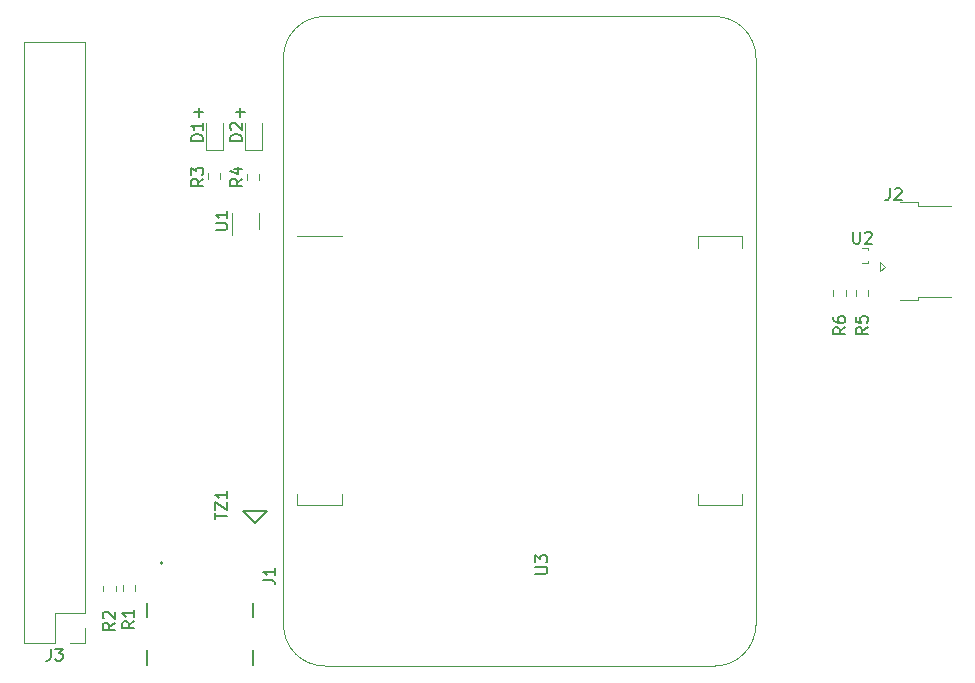
<source format=gbr>
%TF.GenerationSoftware,KiCad,Pcbnew,7.0.7*%
%TF.CreationDate,2024-02-26T19:43:43+01:00*%
%TF.ProjectId,rpi_cm4_bb,7270695f-636d-4345-9f62-622e6b696361,rev?*%
%TF.SameCoordinates,Original*%
%TF.FileFunction,Legend,Top*%
%TF.FilePolarity,Positive*%
%FSLAX46Y46*%
G04 Gerber Fmt 4.6, Leading zero omitted, Abs format (unit mm)*
G04 Created by KiCad (PCBNEW 7.0.7) date 2024-02-26 19:43:43*
%MOMM*%
%LPD*%
G01*
G04 APERTURE LIST*
%ADD10C,0.150000*%
%ADD11C,0.203200*%
%ADD12C,0.120000*%
%ADD13C,0.200000*%
G04 APERTURE END LIST*
D10*
X97311653Y-89463740D02*
X98073558Y-89463740D01*
X97692605Y-89844693D02*
X97692605Y-89082788D01*
X100811653Y-89463740D02*
X101573558Y-89463740D01*
X101192605Y-89844693D02*
X101192605Y-89082788D01*
X99077581Y-123941445D02*
X99077581Y-123368797D01*
X100079715Y-123655121D02*
X99077581Y-123655121D01*
X99077581Y-123130194D02*
X99077581Y-122462104D01*
X99077581Y-122462104D02*
X100079715Y-123130194D01*
X100079715Y-123130194D02*
X100079715Y-122462104D01*
X100079715Y-121555412D02*
X100079715Y-122128060D01*
X100079715Y-121841736D02*
X99077581Y-121841736D01*
X99077581Y-121841736D02*
X99220743Y-121937177D01*
X99220743Y-121937177D02*
X99316185Y-122032619D01*
X99316185Y-122032619D02*
X99363905Y-122128060D01*
X156192540Y-95909693D02*
X156192540Y-96623978D01*
X156192540Y-96623978D02*
X156144921Y-96766835D01*
X156144921Y-96766835D02*
X156049683Y-96862074D01*
X156049683Y-96862074D02*
X155906826Y-96909693D01*
X155906826Y-96909693D02*
X155811588Y-96909693D01*
X156621112Y-96004931D02*
X156668731Y-95957312D01*
X156668731Y-95957312D02*
X156763969Y-95909693D01*
X156763969Y-95909693D02*
X157002064Y-95909693D01*
X157002064Y-95909693D02*
X157097302Y-95957312D01*
X157097302Y-95957312D02*
X157144921Y-96004931D01*
X157144921Y-96004931D02*
X157192540Y-96100169D01*
X157192540Y-96100169D02*
X157192540Y-96195407D01*
X157192540Y-96195407D02*
X157144921Y-96338264D01*
X157144921Y-96338264D02*
X156573493Y-96909693D01*
X156573493Y-96909693D02*
X157192540Y-96909693D01*
X99099693Y-99436778D02*
X99909216Y-99436778D01*
X99909216Y-99436778D02*
X100004454Y-99389159D01*
X100004454Y-99389159D02*
X100052074Y-99341540D01*
X100052074Y-99341540D02*
X100099693Y-99246302D01*
X100099693Y-99246302D02*
X100099693Y-99055826D01*
X100099693Y-99055826D02*
X100052074Y-98960588D01*
X100052074Y-98960588D02*
X100004454Y-98912969D01*
X100004454Y-98912969D02*
X99909216Y-98865350D01*
X99909216Y-98865350D02*
X99099693Y-98865350D01*
X100099693Y-97865350D02*
X100099693Y-98436778D01*
X100099693Y-98151064D02*
X99099693Y-98151064D01*
X99099693Y-98151064D02*
X99242550Y-98246302D01*
X99242550Y-98246302D02*
X99337788Y-98341540D01*
X99337788Y-98341540D02*
X99385407Y-98436778D01*
X98019693Y-91884468D02*
X97019693Y-91884468D01*
X97019693Y-91884468D02*
X97019693Y-91646373D01*
X97019693Y-91646373D02*
X97067312Y-91503516D01*
X97067312Y-91503516D02*
X97162550Y-91408278D01*
X97162550Y-91408278D02*
X97257788Y-91360659D01*
X97257788Y-91360659D02*
X97448264Y-91313040D01*
X97448264Y-91313040D02*
X97591121Y-91313040D01*
X97591121Y-91313040D02*
X97781597Y-91360659D01*
X97781597Y-91360659D02*
X97876835Y-91408278D01*
X97876835Y-91408278D02*
X97972074Y-91503516D01*
X97972074Y-91503516D02*
X98019693Y-91646373D01*
X98019693Y-91646373D02*
X98019693Y-91884468D01*
X98019693Y-90360659D02*
X98019693Y-90932087D01*
X98019693Y-90646373D02*
X97019693Y-90646373D01*
X97019693Y-90646373D02*
X97162550Y-90741611D01*
X97162550Y-90741611D02*
X97257788Y-90836849D01*
X97257788Y-90836849D02*
X97305407Y-90932087D01*
X101354693Y-95097540D02*
X100878502Y-95430873D01*
X101354693Y-95668968D02*
X100354693Y-95668968D01*
X100354693Y-95668968D02*
X100354693Y-95288016D01*
X100354693Y-95288016D02*
X100402312Y-95192778D01*
X100402312Y-95192778D02*
X100449931Y-95145159D01*
X100449931Y-95145159D02*
X100545169Y-95097540D01*
X100545169Y-95097540D02*
X100688026Y-95097540D01*
X100688026Y-95097540D02*
X100783264Y-95145159D01*
X100783264Y-95145159D02*
X100830883Y-95192778D01*
X100830883Y-95192778D02*
X100878502Y-95288016D01*
X100878502Y-95288016D02*
X100878502Y-95668968D01*
X100688026Y-94240397D02*
X101354693Y-94240397D01*
X100307074Y-94478492D02*
X101021359Y-94716587D01*
X101021359Y-94716587D02*
X101021359Y-94097540D01*
X85146540Y-134884693D02*
X85146540Y-135598978D01*
X85146540Y-135598978D02*
X85098921Y-135741835D01*
X85098921Y-135741835D02*
X85003683Y-135837074D01*
X85003683Y-135837074D02*
X84860826Y-135884693D01*
X84860826Y-135884693D02*
X84765588Y-135884693D01*
X85527493Y-134884693D02*
X86146540Y-134884693D01*
X86146540Y-134884693D02*
X85813207Y-135265645D01*
X85813207Y-135265645D02*
X85956064Y-135265645D01*
X85956064Y-135265645D02*
X86051302Y-135313264D01*
X86051302Y-135313264D02*
X86098921Y-135360883D01*
X86098921Y-135360883D02*
X86146540Y-135456121D01*
X86146540Y-135456121D02*
X86146540Y-135694216D01*
X86146540Y-135694216D02*
X86098921Y-135789454D01*
X86098921Y-135789454D02*
X86051302Y-135837074D01*
X86051302Y-135837074D02*
X85956064Y-135884693D01*
X85956064Y-135884693D02*
X85670350Y-135884693D01*
X85670350Y-135884693D02*
X85575112Y-135837074D01*
X85575112Y-135837074D02*
X85527493Y-135789454D01*
X103147493Y-129065807D02*
X103861778Y-129065807D01*
X103861778Y-129065807D02*
X104004635Y-129113426D01*
X104004635Y-129113426D02*
X104099874Y-129208664D01*
X104099874Y-129208664D02*
X104147493Y-129351521D01*
X104147493Y-129351521D02*
X104147493Y-129446759D01*
X104147493Y-128065807D02*
X104147493Y-128637235D01*
X104147493Y-128351521D02*
X103147493Y-128351521D01*
X103147493Y-128351521D02*
X103290350Y-128446759D01*
X103290350Y-128446759D02*
X103385588Y-128541997D01*
X103385588Y-128541997D02*
X103433207Y-128637235D01*
X153096969Y-99592693D02*
X153096969Y-100402216D01*
X153096969Y-100402216D02*
X153144588Y-100497454D01*
X153144588Y-100497454D02*
X153192207Y-100545074D01*
X153192207Y-100545074D02*
X153287445Y-100592693D01*
X153287445Y-100592693D02*
X153477921Y-100592693D01*
X153477921Y-100592693D02*
X153573159Y-100545074D01*
X153573159Y-100545074D02*
X153620778Y-100497454D01*
X153620778Y-100497454D02*
X153668397Y-100402216D01*
X153668397Y-100402216D02*
X153668397Y-99592693D01*
X154096969Y-99687931D02*
X154144588Y-99640312D01*
X154144588Y-99640312D02*
X154239826Y-99592693D01*
X154239826Y-99592693D02*
X154477921Y-99592693D01*
X154477921Y-99592693D02*
X154573159Y-99640312D01*
X154573159Y-99640312D02*
X154620778Y-99687931D01*
X154620778Y-99687931D02*
X154668397Y-99783169D01*
X154668397Y-99783169D02*
X154668397Y-99878407D01*
X154668397Y-99878407D02*
X154620778Y-100021264D01*
X154620778Y-100021264D02*
X154049350Y-100592693D01*
X154049350Y-100592693D02*
X154668397Y-100592693D01*
X90559693Y-132689540D02*
X90083502Y-133022873D01*
X90559693Y-133260968D02*
X89559693Y-133260968D01*
X89559693Y-133260968D02*
X89559693Y-132880016D01*
X89559693Y-132880016D02*
X89607312Y-132784778D01*
X89607312Y-132784778D02*
X89654931Y-132737159D01*
X89654931Y-132737159D02*
X89750169Y-132689540D01*
X89750169Y-132689540D02*
X89893026Y-132689540D01*
X89893026Y-132689540D02*
X89988264Y-132737159D01*
X89988264Y-132737159D02*
X90035883Y-132784778D01*
X90035883Y-132784778D02*
X90083502Y-132880016D01*
X90083502Y-132880016D02*
X90083502Y-133260968D01*
X89654931Y-132308587D02*
X89607312Y-132260968D01*
X89607312Y-132260968D02*
X89559693Y-132165730D01*
X89559693Y-132165730D02*
X89559693Y-131927635D01*
X89559693Y-131927635D02*
X89607312Y-131832397D01*
X89607312Y-131832397D02*
X89654931Y-131784778D01*
X89654931Y-131784778D02*
X89750169Y-131737159D01*
X89750169Y-131737159D02*
X89845407Y-131737159D01*
X89845407Y-131737159D02*
X89988264Y-131784778D01*
X89988264Y-131784778D02*
X90559693Y-132356206D01*
X90559693Y-132356206D02*
X90559693Y-131737159D01*
X152408693Y-107670540D02*
X151932502Y-108003873D01*
X152408693Y-108241968D02*
X151408693Y-108241968D01*
X151408693Y-108241968D02*
X151408693Y-107861016D01*
X151408693Y-107861016D02*
X151456312Y-107765778D01*
X151456312Y-107765778D02*
X151503931Y-107718159D01*
X151503931Y-107718159D02*
X151599169Y-107670540D01*
X151599169Y-107670540D02*
X151742026Y-107670540D01*
X151742026Y-107670540D02*
X151837264Y-107718159D01*
X151837264Y-107718159D02*
X151884883Y-107765778D01*
X151884883Y-107765778D02*
X151932502Y-107861016D01*
X151932502Y-107861016D02*
X151932502Y-108241968D01*
X151408693Y-106813397D02*
X151408693Y-107003873D01*
X151408693Y-107003873D02*
X151456312Y-107099111D01*
X151456312Y-107099111D02*
X151503931Y-107146730D01*
X151503931Y-107146730D02*
X151646788Y-107241968D01*
X151646788Y-107241968D02*
X151837264Y-107289587D01*
X151837264Y-107289587D02*
X152218216Y-107289587D01*
X152218216Y-107289587D02*
X152313454Y-107241968D01*
X152313454Y-107241968D02*
X152361074Y-107194349D01*
X152361074Y-107194349D02*
X152408693Y-107099111D01*
X152408693Y-107099111D02*
X152408693Y-106908635D01*
X152408693Y-106908635D02*
X152361074Y-106813397D01*
X152361074Y-106813397D02*
X152313454Y-106765778D01*
X152313454Y-106765778D02*
X152218216Y-106718159D01*
X152218216Y-106718159D02*
X151980121Y-106718159D01*
X151980121Y-106718159D02*
X151884883Y-106765778D01*
X151884883Y-106765778D02*
X151837264Y-106813397D01*
X151837264Y-106813397D02*
X151789645Y-106908635D01*
X151789645Y-106908635D02*
X151789645Y-107099111D01*
X151789645Y-107099111D02*
X151837264Y-107194349D01*
X151837264Y-107194349D02*
X151884883Y-107241968D01*
X151884883Y-107241968D02*
X151980121Y-107289587D01*
X92210693Y-132562540D02*
X91734502Y-132895873D01*
X92210693Y-133133968D02*
X91210693Y-133133968D01*
X91210693Y-133133968D02*
X91210693Y-132753016D01*
X91210693Y-132753016D02*
X91258312Y-132657778D01*
X91258312Y-132657778D02*
X91305931Y-132610159D01*
X91305931Y-132610159D02*
X91401169Y-132562540D01*
X91401169Y-132562540D02*
X91544026Y-132562540D01*
X91544026Y-132562540D02*
X91639264Y-132610159D01*
X91639264Y-132610159D02*
X91686883Y-132657778D01*
X91686883Y-132657778D02*
X91734502Y-132753016D01*
X91734502Y-132753016D02*
X91734502Y-133133968D01*
X92210693Y-131610159D02*
X92210693Y-132181587D01*
X92210693Y-131895873D02*
X91210693Y-131895873D01*
X91210693Y-131895873D02*
X91353550Y-131991111D01*
X91353550Y-131991111D02*
X91448788Y-132086349D01*
X91448788Y-132086349D02*
X91496407Y-132181587D01*
X98052693Y-95097540D02*
X97576502Y-95430873D01*
X98052693Y-95668968D02*
X97052693Y-95668968D01*
X97052693Y-95668968D02*
X97052693Y-95288016D01*
X97052693Y-95288016D02*
X97100312Y-95192778D01*
X97100312Y-95192778D02*
X97147931Y-95145159D01*
X97147931Y-95145159D02*
X97243169Y-95097540D01*
X97243169Y-95097540D02*
X97386026Y-95097540D01*
X97386026Y-95097540D02*
X97481264Y-95145159D01*
X97481264Y-95145159D02*
X97528883Y-95192778D01*
X97528883Y-95192778D02*
X97576502Y-95288016D01*
X97576502Y-95288016D02*
X97576502Y-95668968D01*
X97052693Y-94764206D02*
X97052693Y-94145159D01*
X97052693Y-94145159D02*
X97433645Y-94478492D01*
X97433645Y-94478492D02*
X97433645Y-94335635D01*
X97433645Y-94335635D02*
X97481264Y-94240397D01*
X97481264Y-94240397D02*
X97528883Y-94192778D01*
X97528883Y-94192778D02*
X97624121Y-94145159D01*
X97624121Y-94145159D02*
X97862216Y-94145159D01*
X97862216Y-94145159D02*
X97957454Y-94192778D01*
X97957454Y-94192778D02*
X98005074Y-94240397D01*
X98005074Y-94240397D02*
X98052693Y-94335635D01*
X98052693Y-94335635D02*
X98052693Y-94621349D01*
X98052693Y-94621349D02*
X98005074Y-94716587D01*
X98005074Y-94716587D02*
X97957454Y-94764206D01*
X154313693Y-107670540D02*
X153837502Y-108003873D01*
X154313693Y-108241968D02*
X153313693Y-108241968D01*
X153313693Y-108241968D02*
X153313693Y-107861016D01*
X153313693Y-107861016D02*
X153361312Y-107765778D01*
X153361312Y-107765778D02*
X153408931Y-107718159D01*
X153408931Y-107718159D02*
X153504169Y-107670540D01*
X153504169Y-107670540D02*
X153647026Y-107670540D01*
X153647026Y-107670540D02*
X153742264Y-107718159D01*
X153742264Y-107718159D02*
X153789883Y-107765778D01*
X153789883Y-107765778D02*
X153837502Y-107861016D01*
X153837502Y-107861016D02*
X153837502Y-108241968D01*
X153313693Y-106765778D02*
X153313693Y-107241968D01*
X153313693Y-107241968D02*
X153789883Y-107289587D01*
X153789883Y-107289587D02*
X153742264Y-107241968D01*
X153742264Y-107241968D02*
X153694645Y-107146730D01*
X153694645Y-107146730D02*
X153694645Y-106908635D01*
X153694645Y-106908635D02*
X153742264Y-106813397D01*
X153742264Y-106813397D02*
X153789883Y-106765778D01*
X153789883Y-106765778D02*
X153885121Y-106718159D01*
X153885121Y-106718159D02*
X154123216Y-106718159D01*
X154123216Y-106718159D02*
X154218454Y-106765778D01*
X154218454Y-106765778D02*
X154266074Y-106813397D01*
X154266074Y-106813397D02*
X154313693Y-106908635D01*
X154313693Y-106908635D02*
X154313693Y-107146730D01*
X154313693Y-107146730D02*
X154266074Y-107241968D01*
X154266074Y-107241968D02*
X154218454Y-107289587D01*
X101321693Y-91884468D02*
X100321693Y-91884468D01*
X100321693Y-91884468D02*
X100321693Y-91646373D01*
X100321693Y-91646373D02*
X100369312Y-91503516D01*
X100369312Y-91503516D02*
X100464550Y-91408278D01*
X100464550Y-91408278D02*
X100559788Y-91360659D01*
X100559788Y-91360659D02*
X100750264Y-91313040D01*
X100750264Y-91313040D02*
X100893121Y-91313040D01*
X100893121Y-91313040D02*
X101083597Y-91360659D01*
X101083597Y-91360659D02*
X101178835Y-91408278D01*
X101178835Y-91408278D02*
X101274074Y-91503516D01*
X101274074Y-91503516D02*
X101321693Y-91646373D01*
X101321693Y-91646373D02*
X101321693Y-91884468D01*
X100416931Y-90932087D02*
X100369312Y-90884468D01*
X100369312Y-90884468D02*
X100321693Y-90789230D01*
X100321693Y-90789230D02*
X100321693Y-90551135D01*
X100321693Y-90551135D02*
X100369312Y-90455897D01*
X100369312Y-90455897D02*
X100416931Y-90408278D01*
X100416931Y-90408278D02*
X100512169Y-90360659D01*
X100512169Y-90360659D02*
X100607407Y-90360659D01*
X100607407Y-90360659D02*
X100750264Y-90408278D01*
X100750264Y-90408278D02*
X101321693Y-90979706D01*
X101321693Y-90979706D02*
X101321693Y-90360659D01*
X126184819Y-128531904D02*
X126994342Y-128531904D01*
X126994342Y-128531904D02*
X127089580Y-128484285D01*
X127089580Y-128484285D02*
X127137200Y-128436666D01*
X127137200Y-128436666D02*
X127184819Y-128341428D01*
X127184819Y-128341428D02*
X127184819Y-128150952D01*
X127184819Y-128150952D02*
X127137200Y-128055714D01*
X127137200Y-128055714D02*
X127089580Y-128008095D01*
X127089580Y-128008095D02*
X126994342Y-127960476D01*
X126994342Y-127960476D02*
X126184819Y-127960476D01*
X126184819Y-127579523D02*
X126184819Y-126960476D01*
X126184819Y-126960476D02*
X126565771Y-127293809D01*
X126565771Y-127293809D02*
X126565771Y-127150952D01*
X126565771Y-127150952D02*
X126613390Y-127055714D01*
X126613390Y-127055714D02*
X126661009Y-127008095D01*
X126661009Y-127008095D02*
X126756247Y-126960476D01*
X126756247Y-126960476D02*
X126994342Y-126960476D01*
X126994342Y-126960476D02*
X127089580Y-127008095D01*
X127089580Y-127008095D02*
X127137200Y-127055714D01*
X127137200Y-127055714D02*
X127184819Y-127150952D01*
X127184819Y-127150952D02*
X127184819Y-127436666D01*
X127184819Y-127436666D02*
X127137200Y-127531904D01*
X127137200Y-127531904D02*
X127089580Y-127579523D01*
D11*
%TO.C,TZ1*%
X102423874Y-124233874D02*
X103423874Y-123210874D01*
X101423874Y-123210874D02*
X102423874Y-124233874D01*
X103423874Y-123210874D02*
X101423874Y-123210874D01*
D12*
%TO.C,J2*%
X158594874Y-105392374D02*
X157044874Y-105392374D01*
X158594874Y-105392374D02*
X158594874Y-105092374D01*
X161394874Y-105092374D02*
X158594874Y-105092374D01*
X155344874Y-102942374D02*
X155344874Y-102142374D01*
X155794874Y-102542374D02*
X155344874Y-102942374D01*
X155344874Y-102142374D02*
X155794874Y-102542374D01*
X158594874Y-97392374D02*
X158594874Y-97092374D01*
X161394874Y-97392374D02*
X158594874Y-97392374D01*
X158594874Y-97092374D02*
X157044874Y-97092374D01*
%TO.C,U1*%
X102804874Y-99374874D02*
X102804874Y-97974874D01*
X100484874Y-97974874D02*
X100484874Y-99874874D01*
%TO.C,D1*%
X98259874Y-92631374D02*
X99729874Y-92631374D01*
X99729874Y-92631374D02*
X99729874Y-90346374D01*
X98259874Y-90346374D02*
X98259874Y-92631374D01*
%TO.C,R4*%
X102819374Y-94693616D02*
X102819374Y-95168132D01*
X101774374Y-94693616D02*
X101774374Y-95168132D01*
%TO.C,J3*%
X88079874Y-134429874D02*
X86749874Y-134429874D01*
X88079874Y-133099874D02*
X88079874Y-134429874D01*
X88079874Y-131829874D02*
X88079874Y-83509874D01*
X88079874Y-131829874D02*
X85479874Y-131829874D01*
X88079874Y-83509874D02*
X82879874Y-83509874D01*
X85479874Y-134429874D02*
X82879874Y-134429874D01*
X85479874Y-131829874D02*
X85479874Y-134429874D01*
X82879874Y-134429874D02*
X82879874Y-83509874D01*
D13*
%TO.C,J1*%
X93303674Y-130990474D02*
X93303674Y-132240474D01*
X93303674Y-134960474D02*
X93303674Y-136240474D01*
X102243674Y-130990474D02*
X102243674Y-132240474D01*
X102243674Y-136240474D02*
X102243674Y-134960474D01*
X94623674Y-127640474D02*
G75*
G03*
X94623674Y-127640474I-100000J0D01*
G01*
D12*
%TO.C,U2*%
X154369874Y-100954874D02*
X154369874Y-101154874D01*
X153819874Y-100954874D02*
X154369874Y-100954874D01*
X154369874Y-102254874D02*
X154369874Y-102054874D01*
X153819874Y-102254874D02*
X154369874Y-102254874D01*
%TO.C,R2*%
X89592374Y-130017132D02*
X89592374Y-129542616D01*
X90637374Y-130017132D02*
X90637374Y-129542616D01*
%TO.C,R6*%
X151416374Y-104990598D02*
X151416374Y-104481150D01*
X152461374Y-104990598D02*
X152461374Y-104481150D01*
%TO.C,R1*%
X91262374Y-130007132D02*
X91262374Y-129532616D01*
X92307374Y-130007132D02*
X92307374Y-129532616D01*
%TO.C,R3*%
X99517374Y-94630616D02*
X99517374Y-95105132D01*
X98472374Y-94630616D02*
X98472374Y-95105132D01*
%TO.C,R5*%
X154341374Y-104478650D02*
X154341374Y-104988098D01*
X153296374Y-104478650D02*
X153296374Y-104988098D01*
%TO.C,D2*%
X101561874Y-92631374D02*
X103031874Y-92631374D01*
X103031874Y-92631374D02*
X103031874Y-90346374D01*
X101561874Y-90346374D02*
X101561874Y-92631374D01*
%TO.C,U3*%
X104850000Y-84850000D02*
X104850000Y-132850000D01*
X106000000Y-99950000D02*
X109780000Y-99950000D01*
X106000000Y-122750000D02*
X106000000Y-121750000D01*
X106000000Y-122750000D02*
X109780000Y-122750000D01*
X108350000Y-136350000D02*
X141350000Y-136350000D01*
X109780000Y-122750000D02*
X109780000Y-121750000D01*
X139920000Y-99950000D02*
X139920000Y-100950000D01*
X139920000Y-99950000D02*
X143700000Y-99950000D01*
X139920000Y-122750000D02*
X139920000Y-121750000D01*
X139920000Y-122750000D02*
X143700000Y-122750000D01*
X141350000Y-81350000D02*
X108350000Y-81350000D01*
X143700000Y-99950000D02*
X143700000Y-100950000D01*
X143700000Y-122750000D02*
X143700000Y-121750000D01*
X144850000Y-132850000D02*
X144850000Y-84850000D01*
X108350000Y-81350000D02*
G75*
G03*
X104850000Y-84850000I-1J-3499999D01*
G01*
X104850000Y-132850000D02*
G75*
G03*
X108350000Y-136350000I3499999J-1D01*
G01*
X144850000Y-84850000D02*
G75*
G03*
X141350000Y-81350000I-3500000J0D01*
G01*
X141350000Y-136350000D02*
G75*
G03*
X144850000Y-132850000I0J3500000D01*
G01*
%TD*%
M02*

</source>
